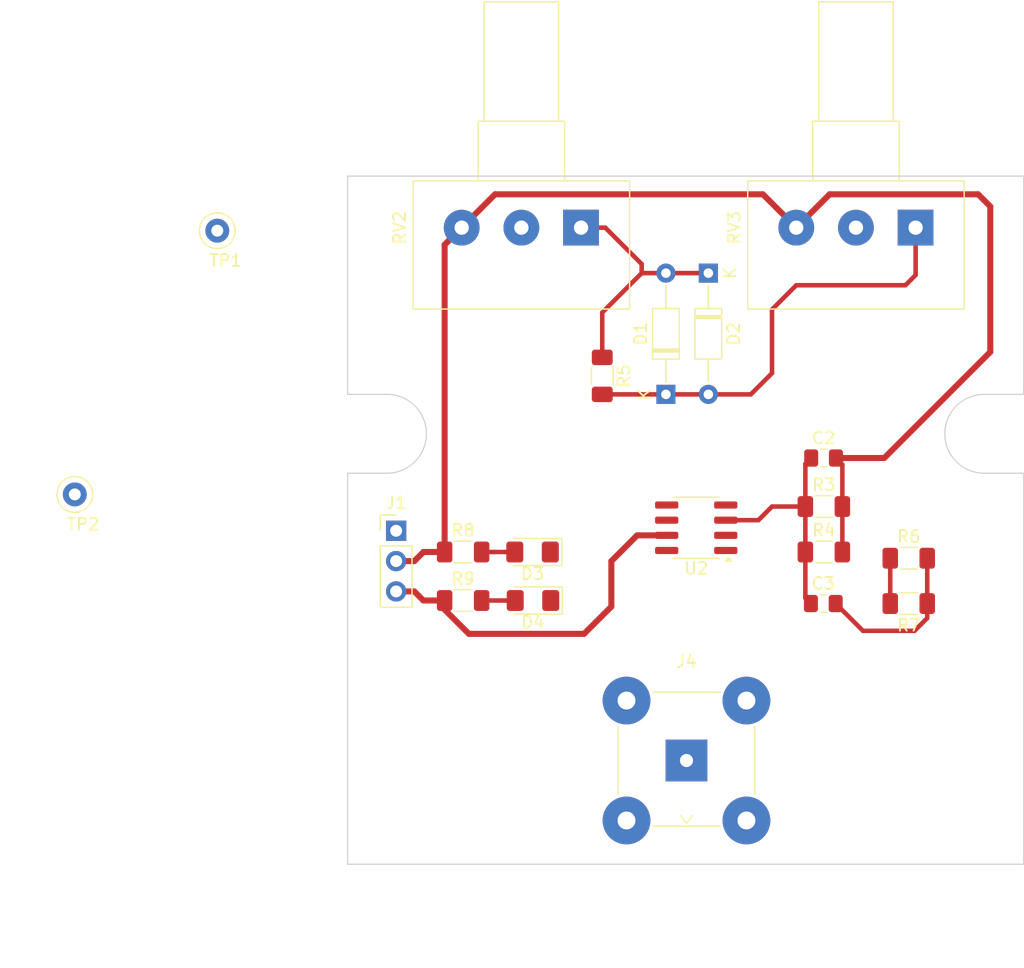
<source format=kicad_pcb>
(kicad_pcb (version 20240108) (generator "pcbnew") (generator_version "8.0")
  (title_block (title "Enter Title On Page Setting Dialog") (rev "1") (company "Ashton Johnson"))
  (layers (0 "F.Cu" signal) (31 "B.Cu" signal) (35 "F.Paste" user) (36 "B.SilkS" user "B.Silkscreen") (37 "F.SilkS" user "F.Silkscreen") (38 "B.Mask" user) (39 "F.Mask" user) (44 "Edge.Cuts" user))
  (net 0 "")
  (net 1 "Net-(U2-+)")
  (net 2 "+12V")
  (net 3 "Net-(C3-Pad2)")
  (net 4 "Net-(D1-K)")
  (net 5 "Net-(D1-A)")
  (net 6 "GND")
  (net 7 "Net-(D3-A)")
  (net 8 "Net-(D4-A)")
  (net 9 "+24V")
  (net 10 "/signal generator/Output")
  (net 11 "Net-(U2--)")
  (footprint "MountingHole:MountingHole_3.2mm_M3_ISO7380" (layer "F.Cu") (at 142.418 85.268)
    (property "Reference" "MH4" (hide yes))
    (property "Value" "MountingHole_3.2mm_M3_ISO7380" (hide yes))
    (pad "" np_thru_hole circle (at 0 0) (size 3.2 3.2) (drill 3.2) (layers "*.Cu" "*.Mask"))
  )
  (footprint "Potentiometer_THT:Potentiometer_Alps_RK163_Single_Horizontal" (layer "F.Cu") (at 119.558 46.66 -90)
    (property "Reference" "RV2" (at 0 15.2 90) (layer "F.SilkS"))
    (property "Value" "50k")
    (fp_line (start -3.92 14.07) (end -3.92 -4.07) (stroke (width 0.12)) (layer "F.SilkS"))
    (fp_line (start 6.82 14.07) (end -3.92 14.07) (stroke (width 0.12)) (layer "F.SilkS"))
    (fp_line (start 6.82 14.07) (end 6.82 -4.07) (stroke (width 0.12)) (layer "F.SilkS"))
    (fp_line (start -8.92 8.62) (end -8.92 1.38) (stroke (width 0.12)) (layer "F.SilkS"))
    (fp_line (start -3.92 8.62) (end -8.92 8.62) (stroke (width 0.12)) (layer "F.SilkS"))
    (fp_line (start -18.92 8.12) (end -18.92 1.88) (stroke (width 0.12)) (layer "F.SilkS"))
    (fp_line (start -8.92 8.12) (end -18.92 8.12) (stroke (width 0.12)) (layer "F.SilkS"))
    (fp_line (start -8.92 1.88) (end -18.92 1.88) (stroke (width 0.12)) (layer "F.SilkS"))
    (fp_line (start -3.92 1.38) (end -8.92 1.38) (stroke (width 0.12)) (layer "F.SilkS"))
    (fp_line (start 6.82 -4.07) (end -3.92 -4.07) (stroke (width 0.12)) (layer "F.SilkS"))
    (pad "1" thru_hole rect (at 0 0 90) (size 3 3) (drill 1.2) (layers "*.Cu" "*.Mask") (net 5 "Net-(D1-A)"))
    (pad "2" thru_hole circle (at 0 5 90) (size 3 3) (drill 1.2) (layers "*.Cu" "*.Mask") (net 11 "Net-(U2--)"))
    (pad "3" thru_hole circle (at 0 10 90) (size 3 3) (drill 1.2) (layers "*.Cu" "*.Mask") (net 2 "+12V"))
  )
  (footprint "Resistor_SMD:R_1206_3216Metric_Pad1.30x1.75mm_HandSolder" (layer "F.Cu") (at 139.904 73.838)
    (property "Reference" "R4" (at 0 -1.82 0) (layer "F.SilkS"))
    (property "Value" "82k")
    (fp_line (start -0.727064 -0.91) (end 0.727064 -0.91) (stroke (width 0.12)) (layer "F.SilkS"))
    (fp_line (start -0.727064 0.91) (end 0.727064 0.91) (stroke (width 0.12)) (layer "F.SilkS"))
    (pad "1" smd roundrect (at -1.55 0) (size 1.3 1.75) (layers "F.Cu" "F.Paste" "F.Mask") (roundrect_rratio 0.192308) (net 1 "Net-(U2-+)"))
    (pad "2" smd roundrect (at 1.55 0) (size 1.3 1.75) (layers "F.Cu" "F.Paste" "F.Mask") (roundrect_rratio 0.192308) (net 2 "+12V"))
  )
  (footprint "Potentiometer_THT:Potentiometer_Alps_RK163_Single_Horizontal" (layer "F.Cu") (at 147.592 46.66 -90)
    (property "Reference" "RV3" (at 0 15.2 90) (layer "F.SilkS"))
    (property "Value" "50k")
    (fp_line (start -3.92 14.07) (end -3.92 -4.07) (stroke (width 0.12)) (layer "F.SilkS"))
    (fp_line (start 6.82 14.07) (end -3.92 14.07) (stroke (width 0.12)) (layer "F.SilkS"))
    (fp_line (start 6.82 14.07) (end 6.82 -4.07) (stroke (width 0.12)) (layer "F.SilkS"))
    (fp_line (start -8.92 8.62) (end -8.92 1.38) (stroke (width 0.12)) (layer "F.SilkS"))
    (fp_line (start -3.92 8.62) (end -8.92 8.62) (stroke (width 0.12)) (layer "F.SilkS"))
    (fp_line (start -18.92 8.12) (end -18.92 1.88) (stroke (width 0.12)) (layer "F.SilkS"))
    (fp_line (start -8.92 8.12) (end -18.92 8.12) (stroke (width 0.12)) (layer "F.SilkS"))
    (fp_line (start -8.92 1.88) (end -18.92 1.88) (stroke (width 0.12)) (layer "F.SilkS"))
    (fp_line (start -3.92 1.38) (end -8.92 1.38) (stroke (width 0.12)) (layer "F.SilkS"))
    (fp_line (start 6.82 -4.07) (end -3.92 -4.07) (stroke (width 0.12)) (layer "F.SilkS"))
    (pad "1" thru_hole rect (at 0 0 90) (size 3 3) (drill 1.2) (layers "*.Cu" "*.Mask") (net 4 "Net-(D1-K)"))
    (pad "2" thru_hole circle (at 0 5 90) (size 3 3) (drill 1.2) (layers "*.Cu" "*.Mask") (net 10 "/signal generator/Output"))
    (pad "3" thru_hole circle (at 0 10 90) (size 3 3) (drill 1.2) (layers "*.Cu" "*.Mask") (net 2 "+12V"))
  )
  (footprint "Capacitor_SMD:C_0805_2012Metric_Pad1.18x1.45mm_HandSolder" (layer "F.Cu") (at 139.878 65.964)
    (property "Reference" "C2" (at 0 -1.68 0) (layer "F.SilkS"))
    (property "Value" ".01uF")
    (fp_line (start -0.261252 -0.735) (end 0.261252 -0.735) (stroke (width 0.12)) (layer "F.SilkS"))
    (fp_line (start -0.261252 0.735) (end 0.261252 0.735) (stroke (width 0.12)) (layer "F.SilkS"))
    (pad "1" smd roundrect (at -1.0375 0) (size 1.175 1.45) (layers "F.Cu" "F.Paste" "F.Mask") (roundrect_rratio 0.212766) (net 1 "Net-(U2-+)"))
    (pad "2" smd roundrect (at 1.0375 0) (size 1.175 1.45) (layers "F.Cu" "F.Paste" "F.Mask") (roundrect_rratio 0.212766) (net 2 "+12V"))
  )
  (footprint "Resistor_SMD:R_1206_3216Metric_Pad1.30x1.75mm_HandSolder" (layer "F.Cu") (at 121.336 59.08 -90)
    (property "Reference" "R5" (at 0 -1.82 90) (layer "F.SilkS"))
    (property "Value" "10k")
    (fp_line (start -0.727064 0.91) (end 0.727064 0.91) (stroke (width 0.12)) (layer "F.SilkS"))
    (fp_line (start -0.727064 -0.91) (end 0.727064 -0.91) (stroke (width 0.12)) (layer "F.SilkS"))
    (pad "1" smd roundrect (at -1.55 0 270) (size 1.3 1.75) (layers "F.Cu" "F.Paste" "F.Mask") (roundrect_rratio 0.192308) (net 5 "Net-(D1-A)"))
    (pad "2" smd roundrect (at 1.55 0 270) (size 1.3 1.75) (layers "F.Cu" "F.Paste" "F.Mask") (roundrect_rratio 0.192308) (net 4 "Net-(D1-K)"))
  )
  (footprint "MountingHole:MountingHole_3.2mm_M3_ISO7380" (layer "F.Cu") (at 114.224 85.268)
    (property "Reference" "MH2" (hide yes))
    (property "Value" "MountingHole_3.2mm_M3_ISO7380" (hide yes))
    (pad "" np_thru_hole circle (at 0 0) (size 3.2 3.2) (drill 3.2) (layers "*.Cu" "*.Mask"))
  )
  (footprint "Diode_THT:D_DO-35_SOD27_P10.16mm_Horizontal" (layer "F.Cu") (at 130.226 50.47 -90)
    (property "Reference" "D2" (at 5.08 -2.12 90) (layer "F.SilkS"))
    (property "Value" "1N914")
    (fp_line (start 2.96 1.12) (end 7.2 1.12) (stroke (width 0.12)) (layer "F.SilkS"))
    (fp_line (start 7.2 1.12) (end 7.2 -1.12) (stroke (width 0.12)) (layer "F.SilkS"))
    (fp_line (start 1.04 0) (end 2.96 0) (stroke (width 0.12)) (layer "F.SilkS"))
    (fp_line (start 9.12 0) (end 7.2 0) (stroke (width 0.12)) (layer "F.SilkS"))
    (fp_line (start 2.96 -1.12) (end 2.96 1.12) (stroke (width 0.12)) (layer "F.SilkS"))
    (fp_line (start 3.56 -1.12) (end 3.56 1.12) (stroke (width 0.12)) (layer "F.SilkS"))
    (fp_line (start 3.68 -1.12) (end 3.68 1.12) (stroke (width 0.12)) (layer "F.SilkS"))
    (fp_line (start 3.8 -1.12) (end 3.8 1.12) (stroke (width 0.12)) (layer "F.SilkS"))
    (fp_line (start 7.2 -1.12) (end 2.96 -1.12) (stroke (width 0.12)) (layer "F.SilkS"))
    (fp_text user "K" (at 0 -1.8 90) (layer "F.SilkS"))
    (pad "1" thru_hole rect (at 0 0 270) (size 1.6 1.6) (drill 0.8) (layers "*.Cu" "*.Mask") (net 5 "Net-(D1-A)"))
    (pad "2" thru_hole oval (at 10.16 0 270) (size 1.6 1.6) (drill 0.8) (layers "*.Cu" "*.Mask") (net 4 "Net-(D1-K)"))
  )
  (footprint "Resistor_SMD:R_1206_3216Metric_Pad1.30x1.75mm_HandSolder" (layer "F.Cu") (at 139.904 70.028)
    (property "Reference" "R3" (at 0 -1.82 0) (layer "F.SilkS"))
    (property "Value" "20k")
    (fp_line (start -0.727064 -0.91) (end 0.727064 -0.91) (stroke (width 0.12)) (layer "F.SilkS"))
    (fp_line (start -0.727064 0.91) (end 0.727064 0.91) (stroke (width 0.12)) (layer "F.SilkS"))
    (pad "1" smd roundrect (at -1.55 0) (size 1.3 1.75) (layers "F.Cu" "F.Paste" "F.Mask") (roundrect_rratio 0.192308) (net 1 "Net-(U2-+)"))
    (pad "2" smd roundrect (at 1.55 0) (size 1.3 1.75) (layers "F.Cu" "F.Paste" "F.Mask") (roundrect_rratio 0.192308) (net 2 "+12V"))
  )
  (footprint "Connector_Coaxial:BNC_TEConnectivity_1478035_Horizontal" (layer "F.Cu") (at 128.393 91.309 180)
    (property "Reference" "J4" (at 0 8.3 180) (layer "F.SilkS"))
    (property "Value" "Generated")
    (fp_line (start 5.73 2.825) (end 5.73 -2.825) (stroke (width 0.12)) (layer "F.SilkS"))
    (fp_line (start 2.825 -5.5) (end -2.825 -5.5) (stroke (width 0.12)) (layer "F.SilkS"))
    (fp_line (start 0 -5.3) (end 0.5 -4.6) (stroke (width 0.12)) (layer "F.SilkS"))
    (fp_line (start 0 -5.3) (end -0.5 -4.6) (stroke (width 0.12)) (layer "F.SilkS"))
    (fp_line (start -2.825 5.73) (end 2.825 5.73) (stroke (width 0.12)) (layer "F.SilkS"))
    (fp_line (start -5.73 -2.825) (end -5.73 2.825) (stroke (width 0.12)) (layer "F.SilkS"))
    (pad "1" thru_hole rect (at 0 0 180) (size 3.5 3.5) (drill 1.1) (layers "*.Cu" "*.Mask") (net 10 "/signal generator/Output"))
    (pad "2" thru_hole circle (at -5.025 -5.025 180) (size 4 4) (drill 1.5) (layers "*.Cu" "*.Mask") (net 6 "GND"))
    (pad "2" thru_hole circle (at -5.025 5.025 180) (size 4 4) (drill 1.5) (layers "*.Cu" "*.Mask") (net 6 "GND"))
    (pad "2" thru_hole circle (at 5.025 -5.025 180) (size 4 4) (drill 1.5) (layers "*.Cu" "*.Mask") (net 6 "GND"))
    (pad "2" thru_hole circle (at 5.025 5.025 180) (size 4 4) (drill 1.5) (layers "*.Cu" "*.Mask") (net 6 "GND"))
  )
  (footprint "Connector_PinHeader_2.54mm:PinHeader_1x03_P2.54mm_Vertical" (layer "F.Cu") (at 104.064 72.06)
    (property "Reference" "J1" (at 0 -2.33 0) (layer "F.SilkS"))
    (property "Value" "Power")
    (fp_line (start -1.33 -1.33) (end 0 -1.33) (stroke (width 0.12)) (layer "F.SilkS"))
    (fp_line (start -1.33 0) (end -1.33 -1.33) (stroke (width 0.12)) (layer "F.SilkS"))
    (fp_line (start -1.33 1.27) (end -1.33 6.41) (stroke (width 0.12)) (layer "F.SilkS"))
    (fp_line (start -1.33 1.27) (end 1.33 1.27) (stroke (width 0.12)) (layer "F.SilkS"))
    (fp_line (start -1.33 6.41) (end 1.33 6.41) (stroke (width 0.12)) (layer "F.SilkS"))
    (fp_line (start 1.33 1.27) (end 1.33 6.41) (stroke (width 0.12)) (layer "F.SilkS"))
    (pad "1" thru_hole rect (at 0 0) (size 1.7 1.7) (drill 1) (layers "*.Cu" "*.Mask") (net 6 "GND"))
    (pad "2" thru_hole oval (at 0 2.54) (size 1.7 1.7) (drill 1) (layers "*.Cu" "*.Mask") (net 2 "+12V"))
    (pad "3" thru_hole oval (at 0 5.08) (size 1.7 1.7) (drill 1) (layers "*.Cu" "*.Mask") (net 9 "+24V"))
  )
  (footprint "Resistor_SMD:R_1206_3216Metric_Pad1.30x1.75mm_HandSolder" (layer "F.Cu") (at 109.678 77.902)
    (property "Reference" "R9" (at 0 -1.82 0) (layer "F.SilkS"))
    (property "Value" "R")
    (fp_line (start -0.727064 -0.91) (end 0.727064 -0.91) (stroke (width 0.12)) (layer "F.SilkS"))
    (fp_line (start -0.727064 0.91) (end 0.727064 0.91) (stroke (width 0.12)) (layer "F.SilkS"))
    (pad "1" smd roundrect (at -1.55 0) (size 1.3 1.75) (layers "F.Cu" "F.Paste" "F.Mask") (roundrect_rratio 0.192308) (net 9 "+24V"))
    (pad "2" smd roundrect (at 1.55 0) (size 1.3 1.75) (layers "F.Cu" "F.Paste" "F.Mask") (roundrect_rratio 0.192308) (net 8 "Net-(D4-A)"))
  )
  (footprint "LED_SMD:LED_1206_3216Metric_Pad1.42x1.75mm_HandSolder" (layer "F.Cu") (at 115.494 73.838 180)
    (property "Reference" "D3" (at 0 -1.82 180) (layer "F.SilkS"))
    (property "Value" "LED")
    (fp_line (start 1.6 -1.135) (end -2.46 -1.135) (stroke (width 0.12)) (layer "F.SilkS"))
    (fp_line (start -2.46 1.135) (end 1.6 1.135) (stroke (width 0.12)) (layer "F.SilkS"))
    (fp_line (start -2.46 -1.135) (end -2.46 1.135) (stroke (width 0.12)) (layer "F.SilkS"))
    (pad "1" smd roundrect (at -1.4875 0 180) (size 1.425 1.75) (layers "F.Cu" "F.Paste" "F.Mask") (roundrect_rratio 0.175439) (net 6 "GND"))
    (pad "2" smd roundrect (at 1.4875 0 180) (size 1.425 1.75) (layers "F.Cu" "F.Paste" "F.Mask") (roundrect_rratio 0.175439) (net 7 "Net-(D3-A)"))
  )
  (footprint "Package_SO:SOIC-8_3.9x4.9mm_P1.27mm" (layer "F.Cu") (at 129.21 71.806 180)
    (property "Reference" "U2" (at 0 -3.4 180) (layer "F.SilkS"))
    (property "Value" "LF351D")
    (fp_line (start 0 2.56) (end 1.95 2.56) (stroke (width 0.12)) (layer "F.SilkS"))
    (fp_line (start 0 2.56) (end -1.95 2.56) (stroke (width 0.12)) (layer "F.SilkS"))
    (fp_line (start 0 -2.56) (end 1.95 -2.56) (stroke (width 0.12)) (layer "F.SilkS"))
    (fp_line (start 0 -2.56) (end -1.95 -2.56) (stroke (width 0.12)) (layer "F.SilkS"))
    (fp_poly (pts (xy -2.7 -2.465) (xy -2.94 -2.795) (xy -2.46 -2.795) (xy -2.7 -2.465)) (stroke (width 0.12)) (fill solid) (layer "F.SilkS"))
    (pad "1" smd roundrect (at -2.475 -1.905 180) (size 1.95 0.6) (layers "F.Cu" "F.Paste" "F.Mask"))
    (pad "2" smd roundrect (at -2.475 -0.635 180) (size 1.95 0.6) (layers "F.Cu" "F.Paste" "F.Mask") (net 11 "Net-(U2--)"))
    (pad "3" smd roundrect (at -2.475 0.635 180) (size 1.95 0.6) (layers "F.Cu" "F.Paste" "F.Mask") (net 1 "Net-(U2-+)"))
    (pad "4" smd roundrect (at -2.475 1.905 180) (size 1.95 0.6) (layers "F.Cu" "F.Paste" "F.Mask") (net 6 "GND"))
    (pad "5" smd roundrect (at 2.475 1.905 180) (size 1.95 0.6) (layers "F.Cu" "F.Paste" "F.Mask"))
    (pad "6" smd roundrect (at 2.475 0.635 180) (size 1.95 0.6) (layers "F.Cu" "F.Paste" "F.Mask") (net 4 "Net-(D1-K)"))
    (pad "7" smd roundrect (at 2.475 -0.635 180) (size 1.95 0.6) (layers "F.Cu" "F.Paste" "F.Mask") (net 9 "+24V"))
    (pad "8" smd roundrect (at 2.475 -1.905 180) (size 1.95 0.6) (layers "F.Cu" "F.Paste" "F.Mask"))
  )
  (footprint "LED_SMD:LED_1206_3216Metric_Pad1.42x1.75mm_HandSolder" (layer "F.Cu") (at 115.5305 77.902 180)
    (property "Reference" "D4" (at 0 -1.82 180) (layer "F.SilkS"))
    (property "Value" "LED")
    (fp_line (start 1.6 -1.135) (end -2.46 -1.135) (stroke (width 0.12)) (layer "F.SilkS"))
    (fp_line (start -2.46 1.135) (end 1.6 1.135) (stroke (width 0.12)) (layer "F.SilkS"))
    (fp_line (start -2.46 -1.135) (end -2.46 1.135) (stroke (width 0.12)) (layer "F.SilkS"))
    (pad "1" smd roundrect (at -1.4875 0 180) (size 1.425 1.75) (layers "F.Cu" "F.Paste" "F.Mask") (roundrect_rratio 0.175439) (net 6 "GND"))
    (pad "2" smd roundrect (at 1.4875 0 180) (size 1.425 1.75) (layers "F.Cu" "F.Paste" "F.Mask") (roundrect_rratio 0.175439) (net 8 "Net-(D4-A)"))
  )
  (footprint "Resistor_SMD:R_1206_3216Metric_Pad1.30x1.75mm_HandSolder" (layer "F.Cu") (at 147.016 74.358)
    (property "Reference" "R6" (at 0 -1.82 0) (layer "F.SilkS"))
    (property "Value" "20k")
    (fp_line (start -0.727064 -0.91) (end 0.727064 -0.91) (stroke (width 0.12)) (layer "F.SilkS"))
    (fp_line (start -0.727064 0.91) (end 0.727064 0.91) (stroke (width 0.12)) (layer "F.SilkS"))
    (pad "1" smd roundrect (at -1.55 0) (size 1.3 1.75) (layers "F.Cu" "F.Paste" "F.Mask") (roundrect_rratio 0.192308) (net 4 "Net-(D1-K)"))
    (pad "2" smd roundrect (at 1.55 0) (size 1.3 1.75) (layers "F.Cu" "F.Paste" "F.Mask") (roundrect_rratio 0.192308) (net 3 "Net-(C3-Pad2)"))
  )
  (footprint "TestPoint:TestPoint_Loop_D2.50mm_Drill1.0mm" (layer "F.Cu") (at 77.14 69.012)
    (property "Reference" "TP2" (at 0.7 2.5 0) (layer "F.SilkS"))
    (property "Value" "Gen Amp Output")
    (fp_circle (center 0 0) (end 1.5 0) (stroke (width 0.12)) (fill none) (layer "F.SilkS"))
    (pad "1" thru_hole circle (at 0 0) (size 2 2) (drill 1) (layers "*.Cu" "*.Mask") (net 4 "Net-(D1-K)"))
  )
  (footprint "Capacitor_SMD:C_0805_2012Metric_Pad1.18x1.45mm_HandSolder" (layer "F.Cu") (at 139.8565 78.156)
    (property "Reference" "C3" (at 0 -1.68 0) (layer "F.SilkS"))
    (property "Value" ".01uF")
    (fp_line (start -0.261252 -0.735) (end 0.261252 -0.735) (stroke (width 0.12)) (layer "F.SilkS"))
    (fp_line (start -0.261252 0.735) (end 0.261252 0.735) (stroke (width 0.12)) (layer "F.SilkS"))
    (pad "1" smd roundrect (at -1.0375 0) (size 1.175 1.45) (layers "F.Cu" "F.Paste" "F.Mask") (roundrect_rratio 0.212766) (net 1 "Net-(U2-+)"))
    (pad "2" smd roundrect (at 1.0375 0) (size 1.175 1.45) (layers "F.Cu" "F.Paste" "F.Mask") (roundrect_rratio 0.212766) (net 3 "Net-(C3-Pad2)"))
  )
  (footprint "TestPoint:TestPoint_Loop_D2.50mm_Drill1.0mm" (layer "F.Cu") (at 89.078 46.914)
    (property "Reference" "TP1" (at 0.7 2.5 0) (layer "F.SilkS"))
    (property "Value" "Gen Amp Input")
    (fp_circle (center 0 0) (end 1.5 0) (stroke (width 0.12)) (fill none) (layer "F.SilkS"))
    (pad "1" thru_hole circle (at 0 0) (size 2 2) (drill 1) (layers "*.Cu" "*.Mask") (net 11 "Net-(U2--)"))
  )
  (footprint "Resistor_SMD:R_1206_3216Metric_Pad1.30x1.75mm_HandSolder" (layer "F.Cu") (at 109.678 73.838)
    (property "Reference" "R8" (at 0 -1.82 0) (layer "F.SilkS"))
    (property "Value" "R")
    (fp_line (start -0.727064 -0.91) (end 0.727064 -0.91) (stroke (width 0.12)) (layer "F.SilkS"))
    (fp_line (start -0.727064 0.91) (end 0.727064 0.91) (stroke (width 0.12)) (layer "F.SilkS"))
    (pad "1" smd roundrect (at -1.55 0) (size 1.3 1.75) (layers "F.Cu" "F.Paste" "F.Mask") (roundrect_rratio 0.192308) (net 2 "+12V"))
    (pad "2" smd roundrect (at 1.55 0) (size 1.3 1.75) (layers "F.Cu" "F.Paste" "F.Mask") (roundrect_rratio 0.192308) (net 7 "Net-(D3-A)"))
  )
  (footprint "MountingHole:MountingHole_3.2mm_M3_ISO7380" (layer "F.Cu") (at 142.418 57.074)
    (property "Reference" "MH3" (hide yes))
    (property "Value" "MountingHole_3.2mm_M3_ISO7380" (hide yes))
    (pad "" np_thru_hole circle (at 0 0) (size 3.2 3.2) (drill 3.2) (layers "*.Cu" "*.Mask"))
  )
  (footprint "MountingHole:MountingHole_3.2mm_M3_ISO7380" (layer "F.Cu") (at 114.224 57.074)
    (property "Reference" "MH1" (hide yes))
    (property "Value" "MountingHole_3.2mm_M3_ISO7380" (hide yes))
    (pad "" np_thru_hole circle (at 0 0) (size 3.2 3.2) (drill 3.2) (layers "*.Cu" "*.Mask"))
  )
  (footprint "Resistor_SMD:R_1206_3216Metric_Pad1.30x1.75mm_HandSolder" (layer "F.Cu") (at 147.016 78.156 180)
    (property "Reference" "R7" (at 0 -1.82 180) (layer "F.SilkS"))
    (property "Value" "82k")
    (fp_line (start -0.727064 0.91) (end 0.727064 0.91) (stroke (width 0.12)) (layer "F.SilkS"))
    (fp_line (start -0.727064 -0.91) (end 0.727064 -0.91) (stroke (width 0.12)) (layer "F.SilkS"))
    (pad "1" smd roundrect (at -1.55 0 180) (size 1.3 1.75) (layers "F.Cu" "F.Paste" "F.Mask") (roundrect_rratio 0.192308) (net 3 "Net-(C3-Pad2)"))
    (pad "2" smd roundrect (at 1.55 0 180) (size 1.3 1.75) (layers "F.Cu" "F.Paste" "F.Mask") (roundrect_rratio 0.192308) (net 4 "Net-(D1-K)"))
  )
  (footprint "Diode_THT:D_DO-35_SOD27_P10.16mm_Horizontal" (layer "F.Cu") (at 126.67 60.63 90)
    (property "Reference" "D1" (at 5.08 -2.12 270) (layer "F.SilkS"))
    (property "Value" "1N914")
    (fp_line (start 7.2 -1.12) (end 2.96 -1.12) (stroke (width 0.12)) (layer "F.SilkS"))
    (fp_line (start 3.8 -1.12) (end 3.8 1.12) (stroke (width 0.12)) (layer "F.SilkS"))
    (fp_line (start 3.68 -1.12) (end 3.68 1.12) (stroke (width 0.12)) (layer "F.SilkS"))
    (fp_line (start 3.56 -1.12) (end 3.56 1.12) (stroke (width 0.12)) (layer "F.SilkS"))
    (fp_line (start 2.96 -1.12) (end 2.96 1.12) (stroke (width 0.12)) (layer "F.SilkS"))
    (fp_line (start 9.12 0) (end 7.2 0) (stroke (width 0.12)) (layer "F.SilkS"))
    (fp_line (start 1.04 0) (end 2.96 0) (stroke (width 0.12)) (layer "F.SilkS"))
    (fp_line (start 7.2 1.12) (end 7.2 -1.12) (stroke (width 0.12)) (layer "F.SilkS"))
    (fp_line (start 2.96 1.12) (end 7.2 1.12) (stroke (width 0.12)) (layer "F.SilkS"))
    (fp_text user "K" (at 0 -1.8 270) (layer "F.SilkS"))
    (pad "1" thru_hole rect (at 0 0 90) (size 1.6 1.6) (drill 0.8) (layers "*.Cu" "*.Mask") (net 4 "Net-(D1-K)"))
    (pad "2" thru_hole oval (at 10.16 0 90) (size 1.6 1.6) (drill 0.8) (layers "*.Cu" "*.Mask") (net 5 "Net-(D1-A)"))
  )
  (gr_line (start 100 60.63) (end 100 42.342) (stroke (width 0.1)) (layer "Edge.Cuts"))
  (gr_arc (start 153.34 67.234) (mid 150.038 63.932) (end 153.34 60.63) (stroke (width 0.1)) (layer "Edge.Cuts"))
  (gr_line (start 156.642 60.63) (end 156.642 42.342) (stroke (width 0.1)) (layer "Edge.Cuts"))
  (gr_line (start 100 100) (end 156.642 100) (stroke (width 0.1)) (layer "Edge.Cuts"))
  (gr_line (start 103.302 67.234) (end 100 67.234) (stroke (width 0.1)) (layer "Edge.Cuts"))
  (gr_arc (start 103.302 60.63) (mid 106.604 63.932) (end 103.302 67.234) (stroke (width 0.1)) (layer "Edge.Cuts"))
  (gr_line (start 153.34 67.234) (end 156.642 67.234) (stroke (width 0.1)) (layer "Edge.Cuts"))
  (gr_line (start 103.302 60.63) (end 100 60.63) (stroke (width 0.1)) (layer "Edge.Cuts"))
  (gr_line (start 100 67.234) (end 100 100) (stroke (width 0.1)) (layer "Edge.Cuts"))
  (gr_line (start 156.642 42.342) (end 100 42.342) (stroke (width 0.1)) (layer "Edge.Cuts"))
  (gr_line (start 153.34 60.63) (end 156.642 60.63) (stroke (width 0.1)) (layer "Edge.Cuts"))
  (gr_line (start 156.642 100) (end 156.642 67.234) (stroke (width 0.1)) (layer "Edge.Cuts"))
  (segment (start 131.685 71.171) (end 134.417 71.171) (width 0.381) (layer "F.Cu") (net 1))
  (segment (start 135.56 70.028) (end 138.354 70.028) (width 0.381) (layer "F.Cu") (net 1))
  (segment (start 138.354 73.838) (end 138.354 70.028) (width 0.381) (layer "F.Cu") (net 1))
  (segment (start 138.354 70.028) (end 138.354 66.4505) (width 0.381) (layer "F.Cu") (net 1))
  (segment (start 138.354 77.691) (end 138.819 78.156) (width 0.381) (layer "F.Cu") (net 1))
  (segment (start 138.354 73.838) (end 138.354 77.691) (width 0.381) (layer "F.Cu") (net 1))
  (segment (start 134.417 71.171) (end 135.56 70.028) (width 0.381) (layer "F.Cu") (net 1))
  (segment (start 138.354 66.4505) (end 138.8405 65.964) (width 0.381) (layer "F.Cu") (net 1))
  (segment (start 144.958 65.964) (end 140.9155 65.964) (width 0.508) (layer "F.Cu") (net 2))
  (segment (start 152.832 43.866) (end 153.848 44.882) (width 0.508) (layer "F.Cu") (net 2))
  (segment (start 108.128 48.09) (end 109.558 46.66) (width 0.508) (layer "F.Cu") (net 2))
  (segment (start 153.848 44.882) (end 153.848 57.074) (width 0.508) (layer "F.Cu") (net 2))
  (segment (start 108.128 73.838) (end 108.128 48.09) (width 0.508) (layer "F.Cu") (net 2))
  (segment (start 140.386 43.866) (end 152.832 43.866) (width 0.508) (layer "F.Cu") (net 2))
  (segment (start 108.128 73.838) (end 106.35 73.838) (width 0.508) (layer "F.Cu") (net 2))
  (segment (start 134.798 43.866) (end 137.592 46.66) (width 0.508) (layer "F.Cu") (net 2))
  (segment (start 112.352 43.866) (end 134.798 43.866) (width 0.508) (layer "F.Cu") (net 2))
  (segment (start 105.588 74.6) (end 104.064 74.6) (width 0.508) (layer "F.Cu") (net 2))
  (segment (start 141.454 73.838) (end 141.454 70.028) (width 0.381) (layer "F.Cu") (net 2))
  (segment (start 141.454 66.5025) (end 140.9155 65.964) (width 0.381) (layer "F.Cu") (net 2))
  (segment (start 137.592 46.66) (end 140.386 43.866) (width 0.508) (layer "F.Cu") (net 2))
  (segment (start 153.848 57.074) (end 144.958 65.964) (width 0.508) (layer "F.Cu") (net 2))
  (segment (start 106.35 73.838) (end 105.588 74.6) (width 0.508) (layer "F.Cu") (net 2))
  (segment (start 141.454 70.028) (end 141.454 66.5025) (width 0.381) (layer "F.Cu") (net 2))
  (segment (start 109.558 46.66) (end 112.352 43.866) (width 0.508) (layer "F.Cu") (net 2))
  (segment (start 143.18 80.442) (end 147.498 80.442) (width 0.381) (layer "F.Cu") (net 3))
  (segment (start 148.566 79.374) (end 148.566 78.156) (width 0.381) (layer "F.Cu") (net 3))
  (segment (start 148.566 78.156) (end 148.566 74.358) (width 0.381) (layer "F.Cu") (net 3))
  (segment (start 140.894 78.156) (end 143.18 80.442) (width 0.381) (layer "F.Cu") (net 3))
  (segment (start 147.498 80.442) (end 148.566 79.374) (width 0.381) (layer "F.Cu") (net 3))
  (segment (start 147.592 46.66) (end 147.592 50.63) (width 0.381) (layer "F.Cu") (net 4))
  (segment (start 133.782 60.63) (end 130.226 60.63) (width 0.381) (layer "F.Cu") (net 4))
  (segment (start 146.736 51.486) (end 137.592 51.486) (width 0.381) (layer "F.Cu") (net 4))
  (segment (start 137.592 51.486) (end 135.56 53.518) (width 0.381) (layer "F.Cu") (net 4))
  (segment (start 126.67 60.63) (end 130.226 60.63) (width 0.381) (layer "F.Cu") (net 4))
  (segment (start 135.56 58.852) (end 133.782 60.63) (width 0.381) (layer "F.Cu") (net 4))
  (segment (start 121.336 60.63) (end 126.67 60.63) (width 0.381) (layer "F.Cu") (net 4))
  (segment (start 135.56 53.518) (end 135.56 58.852) (width 0.381) (layer "F.Cu") (net 4))
  (segment (start 147.592 50.63) (end 146.736 51.486) (width 0.381) (layer "F.Cu") (net 4))
  (segment (start 145.466 74.358) (end 145.466 78.156) (width 0.381) (layer "F.Cu") (net 4))
  (segment (start 124.638 49.708) (end 124.638 50.47) (width 0.381) (layer "F.Cu") (net 5))
  (segment (start 121.336 57.53) (end 121.336 53.772) (width 0.381) (layer "F.Cu") (net 5))
  (segment (start 119.558 46.66) (end 121.59 46.66) (width 0.381) (layer "F.Cu") (net 5))
  (segment (start 124.638 50.47) (end 126.67 50.47) (width 0.381) (layer "F.Cu") (net 5))
  (segment (start 126.67 50.47) (end 130.226 50.47) (width 0.381) (layer "F.Cu") (net 5))
  (segment (start 121.336 53.772) (end 124.638 50.47) (width 0.381) (layer "F.Cu") (net 5))
  (segment (start 121.59 46.66) (end 124.638 49.708) (width 0.381) (layer "F.Cu") (net 5))
  (segment (start 111.228 73.838) (end 114.0065 73.838) (width 0.381) (layer "F.Cu") (net 7))
  (segment (start 111.228 77.902) (end 114.043 77.902) (width 0.381) (layer "F.Cu") (net 8))
  (segment (start 108.128 78.664) (end 110.16 80.696) (width 0.508) (layer "F.Cu") (net 9))
  (segment (start 104.064 77.14) (end 105.588 77.14) (width 0.508) (layer "F.Cu") (net 9))
  (segment (start 108.128 77.902) (end 108.128 78.664) (width 0.508) (layer "F.Cu") (net 9))
  (segment (start 122.098 74.6) (end 124.257 72.441) (width 0.508) (layer "F.Cu") (net 9))
  (segment (start 124.257 72.441) (end 126.735 72.441) (width 0.508) (layer "F.Cu") (net 9))
  (segment (start 119.812 80.696) (end 122.098 78.41) (width 0.508) (layer "F.Cu") (net 9))
  (segment (start 110.16 80.696) (end 119.812 80.696) (width 0.508) (layer "F.Cu") (net 9))
  (segment (start 106.35 77.902) (end 108.128 77.902) (width 0.508) (layer "F.Cu") (net 9))
  (segment (start 105.588 77.14) (end 106.35 77.902) (width 0.508) (layer "F.Cu") (net 9))
  (segment (start 122.098 78.41) (end 122.098 74.6) (width 0.508) (layer "F.Cu") (net 9))
)
</source>
